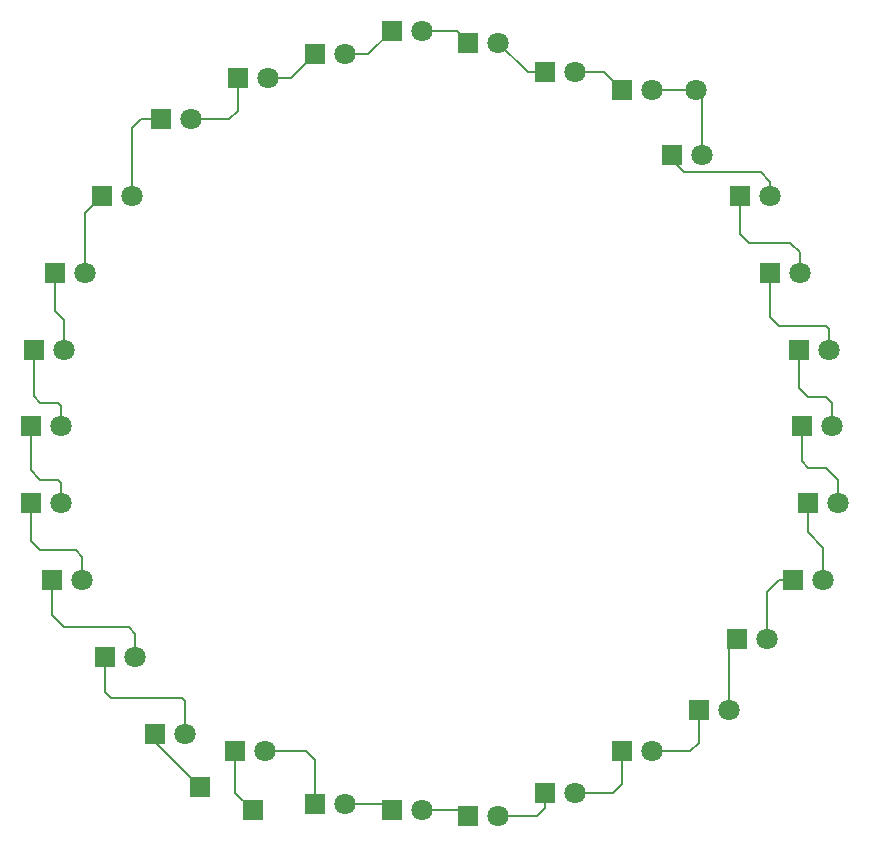
<source format=gbr>
%TF.GenerationSoftware,KiCad,Pcbnew,8.0.3*%
%TF.CreationDate,2026-01-12T15:33:41+01:00*%
%TF.ProjectId,ringLED,72696e67-4c45-4442-9e6b-696361645f70,rev?*%
%TF.SameCoordinates,Original*%
%TF.FileFunction,Copper,L1,Top*%
%TF.FilePolarity,Positive*%
%FSLAX46Y46*%
G04 Gerber Fmt 4.6, Leading zero omitted, Abs format (unit mm)*
G04 Created by KiCad (PCBNEW 8.0.3) date 2026-01-12 15:33:41*
%MOMM*%
%LPD*%
G01*
G04 APERTURE LIST*
%TA.AperFunction,ComponentPad*%
%ADD10R,1.800000X1.800000*%
%TD*%
%TA.AperFunction,ComponentPad*%
%ADD11C,1.800000*%
%TD*%
%TA.AperFunction,Conductor*%
%ADD12C,0.200000*%
%TD*%
G04 APERTURE END LIST*
D10*
%TO.P,,1*%
%TO.N,Net-(R2-Pad1)*%
X135000000Y-132500000D03*
%TD*%
%TO.P,,1*%
%TO.N,Net-(R1-Pad1)*%
X130500000Y-130500000D03*
%TD*%
D11*
%TO.P,,2*%
%TO.N,GND*%
X172500000Y-71500000D03*
%TD*%
D10*
%TO.P,U30,1*%
%TO.N,Net-(U29-Pad2)*%
X170460000Y-77000000D03*
D11*
%TO.P,U30,2*%
%TO.N,GND*%
X173000000Y-77000000D03*
%TD*%
D10*
%TO.P,U29,1*%
%TO.N,Net-(U28-Pad2)*%
X176225000Y-80500000D03*
D11*
%TO.P,U29,2*%
%TO.N,Net-(U29-Pad2)*%
X178765000Y-80500000D03*
%TD*%
D10*
%TO.P,U28,1*%
%TO.N,Net-(U22-Pad2)*%
X178725000Y-87000000D03*
D11*
%TO.P,U28,2*%
%TO.N,Net-(U28-Pad2)*%
X181265000Y-87000000D03*
%TD*%
D10*
%TO.P,U27,1*%
%TO.N,Net-(U21-Pad2)*%
X172725000Y-124000000D03*
D11*
%TO.P,U27,2*%
%TO.N,Net-(U26-Pad1)*%
X175265000Y-124000000D03*
%TD*%
D10*
%TO.P,U26,1*%
%TO.N,Net-(U26-Pad1)*%
X175960000Y-118000000D03*
D11*
%TO.P,U26,2*%
%TO.N,Net-(U25-Pad1)*%
X178500000Y-118000000D03*
%TD*%
D10*
%TO.P,U25,1*%
%TO.N,Net-(U25-Pad1)*%
X180725000Y-113000000D03*
D11*
%TO.P,U25,2*%
%TO.N,Net-(U24-Pad1)*%
X183265000Y-113000000D03*
%TD*%
D10*
%TO.P,U24,1*%
%TO.N,Net-(U24-Pad1)*%
X181960000Y-106500000D03*
D11*
%TO.P,U24,2*%
%TO.N,Net-(U23-Pad1)*%
X184500000Y-106500000D03*
%TD*%
D10*
%TO.P,U23,1*%
%TO.N,Net-(U23-Pad1)*%
X181460000Y-100000000D03*
D11*
%TO.P,U23,2*%
%TO.N,Net-(U22-Pad1)*%
X184000000Y-100000000D03*
%TD*%
D10*
%TO.P,U22,1*%
%TO.N,Net-(U22-Pad1)*%
X181225000Y-93500000D03*
D11*
%TO.P,U22,2*%
%TO.N,Net-(U22-Pad2)*%
X183765000Y-93500000D03*
%TD*%
D10*
%TO.P,U21,1*%
%TO.N,Net-(U20-Pad2)*%
X166225000Y-127500000D03*
D11*
%TO.P,U21,2*%
%TO.N,Net-(U21-Pad2)*%
X168765000Y-127500000D03*
%TD*%
D10*
%TO.P,U20,1*%
%TO.N,Net-(U19-Pad2)*%
X159725000Y-131000000D03*
D11*
%TO.P,U20,2*%
%TO.N,Net-(U20-Pad2)*%
X162265000Y-131000000D03*
%TD*%
D10*
%TO.P,U19,1*%
%TO.N,Net-(U18-Pad2)*%
X153225000Y-133000000D03*
D11*
%TO.P,U19,2*%
%TO.N,Net-(U19-Pad2)*%
X155765000Y-133000000D03*
%TD*%
D10*
%TO.P,U18,1*%
%TO.N,Net-(U17-Pad2)*%
X146725000Y-132500000D03*
D11*
%TO.P,U18,2*%
%TO.N,Net-(U18-Pad2)*%
X149265000Y-132500000D03*
%TD*%
D10*
%TO.P,U17,1*%
%TO.N,Net-(U16-Pad2)*%
X140225000Y-132000000D03*
D11*
%TO.P,U17,2*%
%TO.N,Net-(U17-Pad2)*%
X142765000Y-132000000D03*
%TD*%
D10*
%TO.P,U16,1*%
%TO.N,Net-(R2-Pad1)*%
X133500000Y-127500000D03*
D11*
%TO.P,U16,2*%
%TO.N,Net-(U16-Pad2)*%
X136040000Y-127500000D03*
%TD*%
D10*
%TO.P,U15,1*%
%TO.N,Net-(U14-Pad2)*%
X166225000Y-71500000D03*
D11*
%TO.P,U15,2*%
%TO.N,GND*%
X168765000Y-71500000D03*
%TD*%
D10*
%TO.P,U14,1*%
%TO.N,Net-(U13-Pad2)*%
X159725000Y-70000000D03*
D11*
%TO.P,U14,2*%
%TO.N,Net-(U14-Pad2)*%
X162265000Y-70000000D03*
%TD*%
D10*
%TO.P,U13,1*%
%TO.N,Net-(U12-Pad2)*%
X153225000Y-67500000D03*
D11*
%TO.P,U13,2*%
%TO.N,Net-(U13-Pad2)*%
X155765000Y-67500000D03*
%TD*%
D10*
%TO.P,U12,1*%
%TO.N,Net-(U11-Pad2)*%
X146725000Y-66500000D03*
D11*
%TO.P,U12,2*%
%TO.N,Net-(U12-Pad2)*%
X149265000Y-66500000D03*
%TD*%
D10*
%TO.P,U11,1*%
%TO.N,Net-(U10-Pad2)*%
X140225000Y-68500000D03*
D11*
%TO.P,U11,2*%
%TO.N,Net-(U11-Pad2)*%
X142765000Y-68500000D03*
%TD*%
D10*
%TO.P,U10,1*%
%TO.N,Net-(U10-Pad1)*%
X133725000Y-70500000D03*
D11*
%TO.P,U10,2*%
%TO.N,Net-(U10-Pad2)*%
X136265000Y-70500000D03*
%TD*%
D10*
%TO.P,U9,1*%
%TO.N,Net-(U7-Pad2)*%
X127225000Y-74000000D03*
D11*
%TO.P,U9,2*%
%TO.N,Net-(U10-Pad1)*%
X129765000Y-74000000D03*
%TD*%
%TO.P,U8,2*%
%TO.N,Net-(U7-Pad1)*%
X120765000Y-87000000D03*
D10*
%TO.P,U8,1*%
%TO.N,Net-(U6-Pad2)*%
X118225000Y-87000000D03*
%TD*%
D11*
%TO.P,U7,2*%
%TO.N,Net-(U7-Pad2)*%
X124765000Y-80500000D03*
D10*
%TO.P,U7,1*%
%TO.N,Net-(U7-Pad1)*%
X122225000Y-80500000D03*
%TD*%
%TO.P,U6,1*%
%TO.N,Net-(U5-Pad2)*%
X116460000Y-93500000D03*
D11*
%TO.P,U6,2*%
%TO.N,Net-(U6-Pad2)*%
X119000000Y-93500000D03*
%TD*%
D10*
%TO.P,U5,1*%
%TO.N,Net-(U4-Pad2)*%
X116225000Y-100000000D03*
D11*
%TO.P,U5,2*%
%TO.N,Net-(U5-Pad2)*%
X118765000Y-100000000D03*
%TD*%
D10*
%TO.P,U4,1*%
%TO.N,Net-(U3-Pad2)*%
X116225000Y-106500000D03*
D11*
%TO.P,U4,2*%
%TO.N,Net-(U4-Pad2)*%
X118765000Y-106500000D03*
%TD*%
D10*
%TO.P,U3,1*%
%TO.N,Net-(U2-Pad2)*%
X118000000Y-113000000D03*
D11*
%TO.P,U3,2*%
%TO.N,Net-(U3-Pad2)*%
X120540000Y-113000000D03*
%TD*%
D10*
%TO.P,U2,1*%
%TO.N,Net-(U1-Pad2)*%
X122500000Y-119500000D03*
D11*
%TO.P,U2,2*%
%TO.N,Net-(U2-Pad2)*%
X125040000Y-119500000D03*
%TD*%
D10*
%TO.P,U1,1*%
%TO.N,Net-(R1-Pad1)*%
X126725000Y-126000000D03*
D11*
%TO.P,U1,2*%
%TO.N,Net-(U1-Pad2)*%
X129265000Y-126000000D03*
%TD*%
D12*
%TO.N,Net-(R1-Pad1)*%
X126725000Y-126725000D02*
X130500000Y-130500000D01*
X126725000Y-126000000D02*
X126725000Y-126725000D01*
%TO.N,Net-(U29-Pad2)*%
X178000000Y-78500000D02*
X178765000Y-79265000D01*
X171500000Y-78500000D02*
X178000000Y-78500000D01*
X178765000Y-79265000D02*
X178765000Y-80500000D01*
X170460000Y-77460000D02*
X171500000Y-78500000D01*
X170460000Y-77000000D02*
X170460000Y-77460000D01*
%TO.N,GND*%
X173000000Y-77000000D02*
X173000000Y-72000000D01*
X173000000Y-72000000D02*
X172500000Y-71500000D01*
%TO.N,Net-(U25-Pad1)*%
X179500000Y-113000000D02*
X180725000Y-113000000D01*
X178500000Y-114000000D02*
X179500000Y-113000000D01*
X178500000Y-118000000D02*
X178500000Y-114000000D01*
%TO.N,Net-(U26-Pad1)*%
X175265000Y-124000000D02*
X175265000Y-118695000D01*
X175265000Y-118695000D02*
X175960000Y-118000000D01*
%TO.N,Net-(R2-Pad1)*%
X133500000Y-127500000D02*
X133500000Y-131000000D01*
X133500000Y-131000000D02*
X135000000Y-132500000D01*
%TO.N,Net-(U16-Pad2)*%
X140225000Y-128225000D02*
X140225000Y-132000000D01*
X139500000Y-127500000D02*
X140225000Y-128225000D01*
X136040000Y-127500000D02*
X139500000Y-127500000D01*
%TO.N,GND*%
X168765000Y-71500000D02*
X172500000Y-71500000D01*
%TO.N,Net-(U28-Pad2)*%
X176225000Y-83725000D02*
X176225000Y-80500000D01*
X180500000Y-84500000D02*
X177000000Y-84500000D01*
X181265000Y-85265000D02*
X180500000Y-84500000D01*
X177000000Y-84500000D02*
X176225000Y-83725000D01*
X181265000Y-87000000D02*
X181265000Y-85265000D01*
%TO.N,Net-(U22-Pad2)*%
X178725000Y-90725000D02*
X178725000Y-87000000D01*
X179500000Y-91500000D02*
X178725000Y-90725000D01*
X183500000Y-91500000D02*
X179500000Y-91500000D01*
X183765000Y-91765000D02*
X183500000Y-91500000D01*
X183765000Y-93500000D02*
X183765000Y-91765000D01*
%TO.N,Net-(U22-Pad1)*%
X181225000Y-96725000D02*
X181225000Y-93500000D01*
X183500000Y-97500000D02*
X182000000Y-97500000D01*
X184000000Y-98000000D02*
X183500000Y-97500000D01*
X184000000Y-100000000D02*
X184000000Y-98000000D01*
X182000000Y-97500000D02*
X181225000Y-96725000D01*
%TO.N,Net-(U23-Pad1)*%
X181460000Y-102960000D02*
X181460000Y-100000000D01*
X183500000Y-103500000D02*
X182000000Y-103500000D01*
X184500000Y-104500000D02*
X183500000Y-103500000D01*
X182000000Y-103500000D02*
X181460000Y-102960000D01*
X184500000Y-106500000D02*
X184500000Y-104500000D01*
%TO.N,Net-(U24-Pad1)*%
X183265000Y-110265000D02*
X183265000Y-113000000D01*
X181960000Y-106500000D02*
X181960000Y-108960000D01*
X181960000Y-108960000D02*
X183265000Y-110265000D01*
%TO.N,Net-(U21-Pad2)*%
X172000000Y-127500000D02*
X172725000Y-126775000D01*
X172725000Y-126775000D02*
X172725000Y-124000000D01*
X168765000Y-127500000D02*
X172000000Y-127500000D01*
%TO.N,Net-(U20-Pad2)*%
X166225000Y-130275000D02*
X166225000Y-127500000D01*
X162265000Y-131000000D02*
X165500000Y-131000000D01*
X165500000Y-131000000D02*
X166225000Y-130275000D01*
%TO.N,Net-(U19-Pad2)*%
X159725000Y-132275000D02*
X159725000Y-131000000D01*
X155765000Y-133000000D02*
X159000000Y-133000000D01*
X159000000Y-133000000D02*
X159725000Y-132275000D01*
%TO.N,Net-(U18-Pad2)*%
X152725000Y-132500000D02*
X153225000Y-133000000D01*
X149265000Y-132500000D02*
X152725000Y-132500000D01*
%TO.N,Net-(U17-Pad2)*%
X146225000Y-132000000D02*
X146725000Y-132500000D01*
X142765000Y-132000000D02*
X146225000Y-132000000D01*
%TO.N,Net-(U14-Pad2)*%
X164725000Y-70000000D02*
X166225000Y-71500000D01*
X162265000Y-70000000D02*
X164725000Y-70000000D01*
%TO.N,Net-(U13-Pad2)*%
X158265000Y-70000000D02*
X159725000Y-70000000D01*
X155765000Y-67500000D02*
X158265000Y-70000000D01*
%TO.N,Net-(U12-Pad2)*%
X152225000Y-66500000D02*
X153225000Y-67500000D01*
X149265000Y-66500000D02*
X152225000Y-66500000D01*
%TO.N,Net-(U11-Pad2)*%
X144725000Y-68500000D02*
X146725000Y-66500000D01*
X142765000Y-68500000D02*
X144725000Y-68500000D01*
%TO.N,Net-(U10-Pad2)*%
X138225000Y-70500000D02*
X140225000Y-68500000D01*
X136265000Y-70500000D02*
X138225000Y-70500000D01*
%TO.N,Net-(U10-Pad1)*%
X133725000Y-73275000D02*
X133725000Y-70500000D01*
X133000000Y-74000000D02*
X133725000Y-73275000D01*
X129765000Y-74000000D02*
X133000000Y-74000000D01*
%TO.N,Net-(U7-Pad2)*%
X125500000Y-74000000D02*
X127225000Y-74000000D01*
X124765000Y-74735000D02*
X125500000Y-74000000D01*
X124765000Y-80500000D02*
X124765000Y-74735000D01*
%TO.N,Net-(U7-Pad1)*%
X120765000Y-81960000D02*
X122225000Y-80500000D01*
X120765000Y-87000000D02*
X120765000Y-81960000D01*
%TO.N,Net-(U6-Pad2)*%
X118225000Y-90225000D02*
X118225000Y-87000000D01*
X119000000Y-91000000D02*
X118225000Y-90225000D01*
X119000000Y-93500000D02*
X119000000Y-91000000D01*
%TO.N,Net-(U5-Pad2)*%
X117000000Y-98000000D02*
X116460000Y-97460000D01*
X118500000Y-98000000D02*
X117000000Y-98000000D01*
X118765000Y-100000000D02*
X118765000Y-98265000D01*
X118765000Y-98265000D02*
X118500000Y-98000000D01*
X116460000Y-97460000D02*
X116460000Y-93500000D01*
%TO.N,Net-(U4-Pad2)*%
X116225000Y-103725000D02*
X116225000Y-100000000D01*
X117000000Y-104500000D02*
X116225000Y-103725000D01*
X118765000Y-104765000D02*
X118500000Y-104500000D01*
X118765000Y-106500000D02*
X118765000Y-104765000D01*
X118500000Y-104500000D02*
X117000000Y-104500000D01*
%TO.N,Net-(U3-Pad2)*%
X116225000Y-109725000D02*
X116225000Y-106500000D01*
X120000000Y-110500000D02*
X117000000Y-110500000D01*
X120540000Y-111040000D02*
X120000000Y-110500000D01*
X117000000Y-110500000D02*
X116225000Y-109725000D01*
X120540000Y-113000000D02*
X120540000Y-111040000D01*
%TO.N,Net-(U2-Pad2)*%
X118000000Y-116000000D02*
X118000000Y-113000000D01*
X124500000Y-117000000D02*
X119000000Y-117000000D01*
X119000000Y-117000000D02*
X118000000Y-116000000D01*
X125040000Y-117540000D02*
X124500000Y-117000000D01*
X125040000Y-119500000D02*
X125040000Y-117540000D01*
%TO.N,Net-(U1-Pad2)*%
X123000000Y-123000000D02*
X122500000Y-122500000D01*
X129265000Y-123265000D02*
X129000000Y-123000000D01*
X129000000Y-123000000D02*
X123000000Y-123000000D01*
X129265000Y-126000000D02*
X129265000Y-123265000D01*
X122500000Y-122500000D02*
X122500000Y-119500000D01*
%TD*%
M02*

</source>
